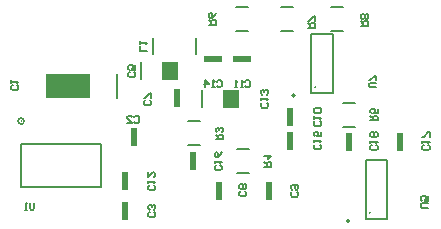
<source format=gbo>
%FSLAX25Y25*%
%MOIN*%
G70*
G01*
G75*
G04 Layer_Color=32896*
%ADD10C,0.00787*%
%ADD11R,0.03937X0.05906*%
%ADD12R,0.03543X0.00984*%
%ADD13O,0.06890X0.00787*%
%ADD14O,0.00787X0.06890*%
%ADD15O,0.01181X0.06890*%
%ADD16R,0.07874X0.01969*%
%ADD17R,0.07874X0.07874*%
%ADD18R,0.15748X0.04724*%
%ADD19O,0.08661X0.02362*%
%ADD20R,0.05906X0.03937*%
%ADD21R,0.04921X0.07874*%
%ADD22C,0.01575*%
%ADD23R,0.03740X0.08465*%
%ADD24R,0.12795X0.08465*%
%ADD25R,0.05906X0.08661*%
%ADD26C,0.00591*%
%ADD27R,0.15354X0.03937*%
%ADD28R,0.02000X0.06000*%
%ADD29R,0.05512X0.05906*%
%ADD30R,0.00787X0.05906*%
%ADD31R,0.04537X0.06506*%
%ADD32R,0.04143X0.01584*%
%ADD33O,0.07490X0.01387*%
%ADD34O,0.01387X0.07490*%
%ADD35O,0.01781X0.07490*%
%ADD36R,0.08474X0.02569*%
%ADD37R,0.08474X0.08474*%
%ADD38R,0.16348X0.05324*%
%ADD39O,0.09261X0.02962*%
%ADD40R,0.06506X0.04537*%
%ADD41R,0.05521X0.08474*%
%ADD42R,0.04340X0.09065*%
%ADD43R,0.13395X0.09065*%
%ADD44R,0.06506X0.09261*%
%ADD45R,0.06000X0.02000*%
%ADD46R,0.14764X0.07874*%
D10*
X116675Y46161D02*
G03*
X116675Y46161I-139J0D01*
G01*
X109941Y43406D02*
G03*
X109941Y43406I-492J0D01*
G01*
X18822Y34843D02*
G03*
X18822Y34843I-220J0D01*
G01*
X19587D02*
G03*
X19587Y34843I-984J0D01*
G01*
X134843Y4331D02*
G03*
X134843Y4331I-139J0D01*
G01*
X128109Y1575D02*
G03*
X128109Y1575I-492J0D01*
G01*
X115354Y63779D02*
X122441D01*
X115354Y44094D02*
X122441D01*
Y63779D01*
X115354Y44094D02*
Y63779D01*
X18701Y27362D02*
X45079D01*
Y12795D02*
Y27362D01*
X18701Y12795D02*
Y27362D01*
Y12795D02*
X45079D01*
X90520Y17653D02*
X94520D01*
X90520Y25653D02*
X94520D01*
X122016Y64898D02*
X126016D01*
X122016Y72898D02*
X126016D01*
X105283Y64898D02*
X109283D01*
X105283Y72898D02*
X109283D01*
X90126Y64898D02*
X94126D01*
X90126Y72898D02*
X94126D01*
X125953Y41008D02*
X129953D01*
X125953Y33008D02*
X129953D01*
X74378Y34709D02*
X78378D01*
X74378Y26709D02*
X78378D01*
X76870Y57284D02*
Y62402D01*
X62500Y57284D02*
Y62402D01*
X50689Y42569D02*
Y50443D01*
X133522Y21949D02*
X140609D01*
X133522Y2264D02*
X140609D01*
Y21949D01*
X133522Y2264D02*
Y21949D01*
D26*
X56299Y51181D02*
X56692Y50787D01*
Y50000D01*
X56299Y49606D01*
X54724D01*
X54331Y50000D01*
Y50787D01*
X54724Y51181D01*
X56692Y53542D02*
Y51968D01*
X55511D01*
X55905Y52755D01*
Y53149D01*
X55511Y53542D01*
X54724D01*
X54331Y53149D01*
Y52361D01*
X54724Y51968D01*
X154330Y5906D02*
X152362D01*
X151969Y6299D01*
Y7086D01*
X152362Y7480D01*
X154330D01*
Y9841D02*
Y8267D01*
X153149D01*
X153543Y9054D01*
Y9448D01*
X153149Y9841D01*
X152362D01*
X151969Y9448D01*
Y8660D01*
X152362Y8267D01*
X100393Y40944D02*
X100787Y40551D01*
Y39764D01*
X100393Y39370D01*
X98819D01*
X98425Y39764D01*
Y40551D01*
X98819Y40944D01*
X98425Y41732D02*
Y42519D01*
Y42125D01*
X100787D01*
X100393Y41732D01*
Y43699D02*
X100787Y44093D01*
Y44880D01*
X100393Y45274D01*
X99999D01*
X99606Y44880D01*
Y44486D01*
Y44880D01*
X99212Y45274D01*
X98819D01*
X98425Y44880D01*
Y44093D01*
X98819Y43699D01*
X62991Y4527D02*
X63385Y4134D01*
Y3346D01*
X62991Y2953D01*
X61417D01*
X61024Y3346D01*
Y4134D01*
X61417Y4527D01*
X62991Y5314D02*
X63385Y5708D01*
Y6495D01*
X62991Y6888D01*
X62598D01*
X62204Y6495D01*
Y6101D01*
Y6495D01*
X61811Y6888D01*
X61417D01*
X61024Y6495D01*
Y5708D01*
X61417Y5314D01*
X56300Y36220D02*
X56693Y36613D01*
X57480D01*
X57874Y36220D01*
Y34646D01*
X57480Y34252D01*
X56693D01*
X56300Y34646D01*
X53938Y34252D02*
X55513D01*
X53938Y35826D01*
Y36220D01*
X54332Y36613D01*
X55119D01*
X55513Y36220D01*
X62991Y13385D02*
X63385Y12992D01*
Y12205D01*
X62991Y11811D01*
X61417D01*
X61024Y12205D01*
Y12992D01*
X61417Y13385D01*
X61024Y14173D02*
Y14960D01*
Y14566D01*
X63385D01*
X62991Y14173D01*
X61024Y17715D02*
Y16140D01*
X62598Y17715D01*
X62991D01*
X63385Y17321D01*
Y16534D01*
X62991Y16140D01*
X17322Y46850D02*
X17716Y46456D01*
Y45669D01*
X17322Y45276D01*
X15748D01*
X15354Y45669D01*
Y46456D01*
X15748Y46850D01*
X15354Y47637D02*
Y48424D01*
Y48031D01*
X17716D01*
X17322Y47637D01*
X85039Y20078D02*
X85432Y19685D01*
Y18898D01*
X85039Y18504D01*
X83464D01*
X83071Y18898D01*
Y19685D01*
X83464Y20078D01*
X83071Y20865D02*
Y21653D01*
Y21259D01*
X85432D01*
X85039Y20865D01*
X85432Y24408D02*
X85039Y23620D01*
X84252Y22833D01*
X83464D01*
X83071Y23227D01*
Y24014D01*
X83464Y24408D01*
X83858D01*
X84252Y24014D01*
Y22833D01*
X118110Y26968D02*
X118503Y26574D01*
Y25787D01*
X118110Y25394D01*
X116535D01*
X116142Y25787D01*
Y26574D01*
X116535Y26968D01*
X116142Y27755D02*
Y28542D01*
Y28149D01*
X118503D01*
X118110Y27755D01*
X118503Y31297D02*
Y29723D01*
X117323D01*
X117716Y30510D01*
Y30904D01*
X117323Y31297D01*
X116535D01*
X116142Y30904D01*
Y30117D01*
X116535Y29723D01*
X93306Y11417D02*
X93700Y11023D01*
Y10236D01*
X93306Y9843D01*
X91732D01*
X91339Y10236D01*
Y11023D01*
X91732Y11417D01*
X93306Y12204D02*
X93700Y12597D01*
Y13385D01*
X93306Y13778D01*
X92913D01*
X92519Y13385D01*
X92126Y13778D01*
X91732D01*
X91339Y13385D01*
Y12597D01*
X91732Y12204D01*
X92126D01*
X92519Y12597D01*
X92913Y12204D01*
X93306D01*
X92519Y12597D02*
Y13385D01*
X110629Y11220D02*
X111023Y10826D01*
Y10039D01*
X110629Y9646D01*
X109055D01*
X108661Y10039D01*
Y10826D01*
X109055Y11220D01*
Y12007D02*
X108661Y12401D01*
Y13188D01*
X109055Y13581D01*
X110629D01*
X111023Y13188D01*
Y12401D01*
X110629Y12007D01*
X110236D01*
X109842Y12401D01*
Y13581D01*
X118110Y34842D02*
X118503Y34448D01*
Y33661D01*
X118110Y33268D01*
X116535D01*
X116142Y33661D01*
Y34448D01*
X116535Y34842D01*
X116142Y35629D02*
Y36416D01*
Y36023D01*
X118503D01*
X118110Y35629D01*
Y37597D02*
X118503Y37991D01*
Y38778D01*
X118110Y39171D01*
X116535D01*
X116142Y38778D01*
Y37991D01*
X116535Y37597D01*
X118110D01*
X93308Y48031D02*
X93701Y48424D01*
X94488D01*
X94882Y48031D01*
Y46457D01*
X94488Y46063D01*
X93701D01*
X93308Y46457D01*
X92520Y46063D02*
X91733D01*
X92127D01*
Y48424D01*
X92520Y48031D01*
X90553Y46063D02*
X89765D01*
X90159D01*
Y48424D01*
X90553Y48031D01*
X61417Y41732D02*
X61810Y41338D01*
Y40551D01*
X61417Y40157D01*
X59842D01*
X59449Y40551D01*
Y41338D01*
X59842Y41732D01*
X61810Y42519D02*
Y44093D01*
X61417D01*
X59842Y42519D01*
X59449D01*
X137007Y26771D02*
X137401Y26378D01*
Y25590D01*
X137007Y25197D01*
X135433D01*
X135039Y25590D01*
Y26378D01*
X135433Y26771D01*
X135039Y27558D02*
Y28345D01*
Y27952D01*
X137401D01*
X137007Y27558D01*
Y29526D02*
X137401Y29920D01*
Y30707D01*
X137007Y31100D01*
X136614D01*
X136220Y30707D01*
X135827Y31100D01*
X135433D01*
X135039Y30707D01*
Y29920D01*
X135433Y29526D01*
X135827D01*
X136220Y29920D01*
X136614Y29526D01*
X137007D01*
X136220Y29920D02*
Y30707D01*
X154330Y26771D02*
X154724Y26378D01*
Y25590D01*
X154330Y25197D01*
X152756D01*
X152362Y25590D01*
Y26378D01*
X152756Y26771D01*
X152362Y27558D02*
Y28345D01*
Y27952D01*
X154724D01*
X154330Y27558D01*
X154724Y29526D02*
Y31100D01*
X154330D01*
X152756Y29526D01*
X152362D01*
X60629Y58268D02*
X58268D01*
Y59842D01*
Y60629D02*
Y61416D01*
Y61023D01*
X60629D01*
X60236Y60629D01*
X83465Y28740D02*
X85826D01*
Y29921D01*
X85432Y30314D01*
X84645D01*
X84252Y29921D01*
Y28740D01*
Y29527D02*
X83465Y30314D01*
X85432Y31102D02*
X85826Y31495D01*
Y32282D01*
X85432Y32676D01*
X85039D01*
X84645Y32282D01*
Y31889D01*
Y32282D01*
X84252Y32676D01*
X83858D01*
X83465Y32282D01*
Y31495D01*
X83858Y31102D01*
X135039Y35039D02*
X137401D01*
Y36220D01*
X137007Y36614D01*
X136220D01*
X135827Y36220D01*
Y35039D01*
Y35827D02*
X135039Y36614D01*
X137401Y38975D02*
Y37401D01*
X136220D01*
X136614Y38188D01*
Y38581D01*
X136220Y38975D01*
X135433D01*
X135039Y38581D01*
Y37794D01*
X135433Y37401D01*
X81102Y66929D02*
X83464D01*
Y68110D01*
X83070Y68503D01*
X82283D01*
X81889Y68110D01*
Y66929D01*
Y67716D02*
X81102Y68503D01*
X83464Y70865D02*
X83070Y70078D01*
X82283Y69291D01*
X81496D01*
X81102Y69684D01*
Y70471D01*
X81496Y70865D01*
X81889D01*
X82283Y70471D01*
Y69291D01*
X114173Y65945D02*
X116535D01*
Y67126D01*
X116141Y67519D01*
X115354D01*
X114960Y67126D01*
Y65945D01*
Y66732D02*
X114173Y67519D01*
X116535Y68306D02*
Y69881D01*
X116141D01*
X114567Y68306D01*
X114173D01*
X131890Y66535D02*
X134251D01*
Y67716D01*
X133858Y68110D01*
X133071D01*
X132677Y67716D01*
Y66535D01*
Y67323D02*
X131890Y68110D01*
X133858Y68897D02*
X134251Y69290D01*
Y70078D01*
X133858Y70471D01*
X133464D01*
X133071Y70078D01*
X132677Y70471D01*
X132283D01*
X131890Y70078D01*
Y69290D01*
X132283Y68897D01*
X132677D01*
X133071Y69290D01*
X133464Y68897D01*
X133858D01*
X133071Y69290D02*
Y70078D01*
X99606Y19685D02*
X101968D01*
Y20866D01*
X101574Y21259D01*
X100787D01*
X100393Y20866D01*
Y19685D01*
Y20472D02*
X99606Y21259D01*
Y23227D02*
X101968D01*
X100787Y22047D01*
Y23621D01*
X23031Y7676D02*
Y5708D01*
X22638Y5315D01*
X21851D01*
X21457Y5708D01*
Y7676D01*
X20670Y5315D02*
X19883D01*
X20277D01*
Y7676D01*
X20670Y7283D01*
X137007Y46063D02*
X135039D01*
X134646Y46457D01*
Y47244D01*
X135039Y47637D01*
X137007D01*
Y48424D02*
Y49999D01*
X136614D01*
X135039Y48424D01*
X134646D01*
X83859Y48031D02*
X84252Y48424D01*
X85040D01*
X85433Y48031D01*
Y46457D01*
X85040Y46063D01*
X84252D01*
X83859Y46457D01*
X83072Y46063D02*
X82284D01*
X82678D01*
Y48424D01*
X83072Y48031D01*
X79923Y46063D02*
Y48424D01*
X81104Y47244D01*
X79530D01*
D28*
X144878Y27955D02*
D03*
X127954Y27944D02*
D03*
X70473Y42515D02*
D03*
X108274Y36213D02*
D03*
X101180Y11416D02*
D03*
X84447Y11522D02*
D03*
X108263Y28342D02*
D03*
X75989Y21654D02*
D03*
X53151Y14764D02*
D03*
X56301Y29526D02*
D03*
X53147Y4924D02*
D03*
D29*
X88586Y42126D02*
D03*
X68113Y51572D02*
D03*
D30*
X79034Y42127D02*
D03*
X58562Y51570D02*
D03*
D45*
X82487Y55414D02*
D03*
X92322Y55413D02*
D03*
D46*
X34253Y46504D02*
D03*
M02*

</source>
